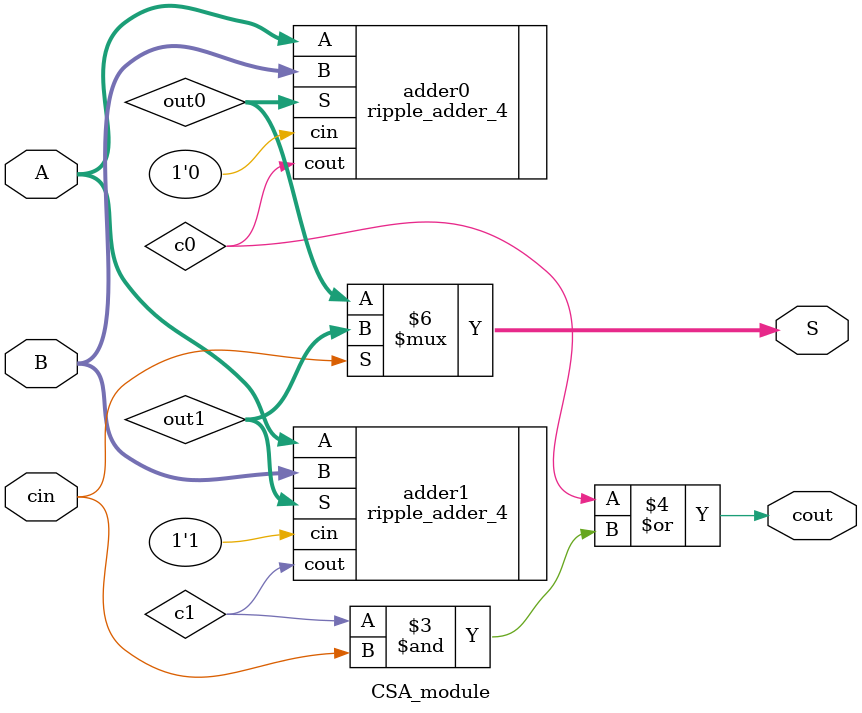
<source format=sv>
module CSA_module(input logic [3:0] A, B, 
						input logic cin, 
						output logic [3:0] S, 
						output logic cout);


	  logic [3:0] out0, out1;
	  logic c0, c1;
	  
	  ripple_adder_4 adder0(.A, .B, .cin(1'b0), .S(out0), .cout(c0));
	  ripple_adder_4 adder1(.A, .B, .cin(1'b1), .S(out1), .cout(c1));
	  
	  always_comb begin
		  if(cin == 0)
				 S = out0;
		  else
				 S = out1;
	  end
	  
	  assign cout = c0 | (c1 & cin);
	  
endmodule

</source>
